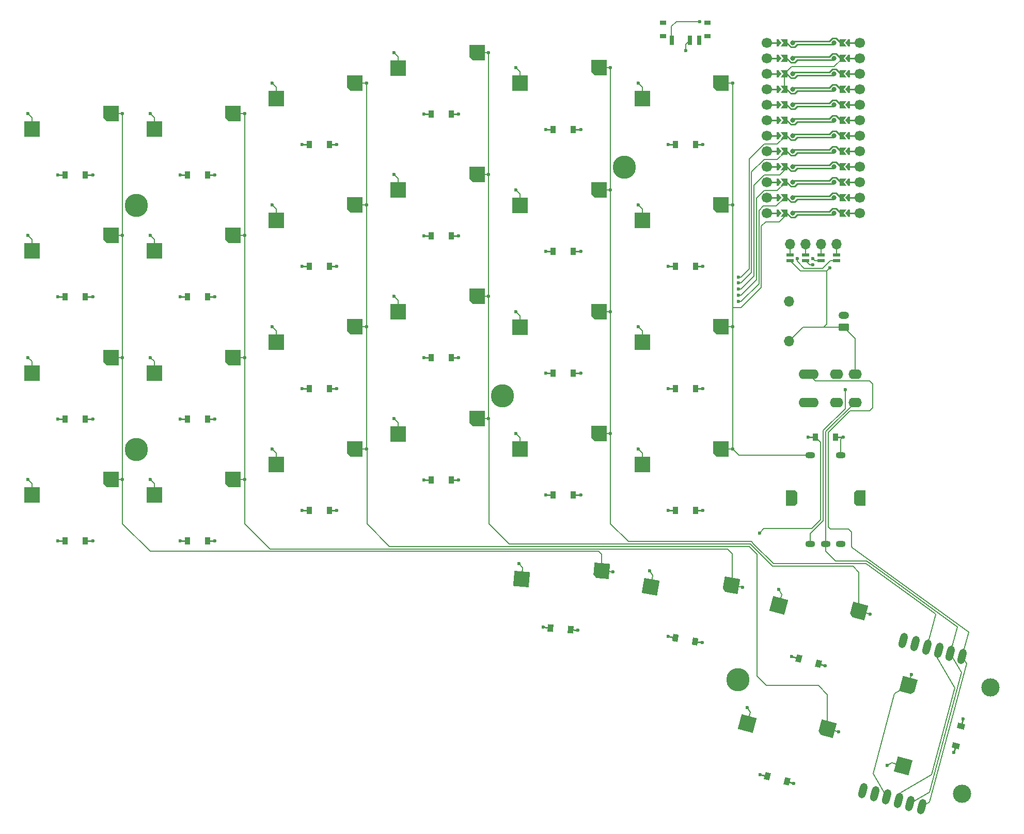
<source format=gbl>
%TF.GenerationSoftware,KiCad,Pcbnew,9.0.4*%
%TF.CreationDate,2025-11-27T19:30:41+01:00*%
%TF.ProjectId,lag_large,6c61675f-6c61-4726-9765-2e6b69636164,v1.0.0*%
%TF.SameCoordinates,Original*%
%TF.FileFunction,Copper,L2,Bot*%
%TF.FilePolarity,Positive*%
%FSLAX46Y46*%
G04 Gerber Fmt 4.6, Leading zero omitted, Abs format (unit mm)*
G04 Created by KiCad (PCBNEW 9.0.4) date 2025-11-27 19:30:41*
%MOMM*%
%LPD*%
G01*
G04 APERTURE LIST*
G04 Aperture macros list*
%AMRoundRect*
0 Rectangle with rounded corners*
0 $1 Rounding radius*
0 $2 $3 $4 $5 $6 $7 $8 $9 X,Y pos of 4 corners*
0 Add a 4 corners polygon primitive as box body*
4,1,4,$2,$3,$4,$5,$6,$7,$8,$9,$2,$3,0*
0 Add four circle primitives for the rounded corners*
1,1,$1+$1,$2,$3*
1,1,$1+$1,$4,$5*
1,1,$1+$1,$6,$7*
1,1,$1+$1,$8,$9*
0 Add four rect primitives between the rounded corners*
20,1,$1+$1,$2,$3,$4,$5,0*
20,1,$1+$1,$4,$5,$6,$7,0*
20,1,$1+$1,$6,$7,$8,$9,0*
20,1,$1+$1,$8,$9,$2,$3,0*%
%AMHorizOval*
0 Thick line with rounded ends*
0 $1 width*
0 $2 $3 position (X,Y) of the first rounded end (center of the circle)*
0 $4 $5 position (X,Y) of the second rounded end (center of the circle)*
0 Add line between two ends*
20,1,$1,$2,$3,$4,$5,0*
0 Add two circle primitives to create the rounded ends*
1,1,$1,$2,$3*
1,1,$1,$4,$5*%
%AMRotRect*
0 Rectangle, with rotation*
0 The origin of the aperture is its center*
0 $1 length*
0 $2 width*
0 $3 Rotation angle, in degrees counterclockwise*
0 Add horizontal line*
21,1,$1,$2,0,0,$3*%
%AMOutline5P*
0 Free polygon, 5 corners , with rotation*
0 The origin of the aperture is its center*
0 number of corners: always 5*
0 $1 to $10 corner X, Y*
0 $11 Rotation angle, in degrees counterclockwise*
0 create outline with 5 corners*
4,1,5,$1,$2,$3,$4,$5,$6,$7,$8,$9,$10,$1,$2,$11*%
%AMOutline6P*
0 Free polygon, 6 corners , with rotation*
0 The origin of the aperture is its center*
0 number of corners: always 6*
0 $1 to $12 corner X, Y*
0 $13 Rotation angle, in degrees counterclockwise*
0 create outline with 6 corners*
4,1,6,$1,$2,$3,$4,$5,$6,$7,$8,$9,$10,$11,$12,$1,$2,$13*%
%AMOutline7P*
0 Free polygon, 7 corners , with rotation*
0 The origin of the aperture is its center*
0 number of corners: always 7*
0 $1 to $14 corner X, Y*
0 $15 Rotation angle, in degrees counterclockwise*
0 create outline with 7 corners*
4,1,7,$1,$2,$3,$4,$5,$6,$7,$8,$9,$10,$11,$12,$13,$14,$1,$2,$15*%
%AMOutline8P*
0 Free polygon, 8 corners , with rotation*
0 The origin of the aperture is its center*
0 number of corners: always 8*
0 $1 to $16 corner X, Y*
0 $17 Rotation angle, in degrees counterclockwise*
0 create outline with 8 corners*
4,1,8,$1,$2,$3,$4,$5,$6,$7,$8,$9,$10,$11,$12,$13,$14,$15,$16,$1,$2,$17*%
%AMFreePoly0*
4,1,6,0.250000,0.000000,-0.250000,-0.625000,-0.500000,-0.625000,-0.500000,0.625000,-0.250000,0.625000,0.250000,0.000000,0.250000,0.000000,$1*%
%AMFreePoly1*
4,1,6,0.500000,-0.625000,-0.650000,-0.625000,-0.150000,0.000000,-0.650000,0.625000,0.500000,0.625000,0.500000,-0.625000,0.500000,-0.625000,$1*%
G04 Aperture macros list end*
%TA.AperFunction,SMDPad,CuDef*%
%ADD10R,0.900000X1.200000*%
%TD*%
%TA.AperFunction,SMDPad,CuDef*%
%ADD11RotRect,0.900000X1.200000X350.000000*%
%TD*%
%TA.AperFunction,ComponentPad*%
%ADD12O,1.700000X1.700000*%
%TD*%
%TA.AperFunction,SMDPad,CuDef*%
%ADD13R,1.200000X0.600000*%
%TD*%
%TA.AperFunction,SMDPad,CuDef*%
%ADD14RotRect,0.900000X1.200000X355.000000*%
%TD*%
%TA.AperFunction,SMDPad,CuDef*%
%ADD15RotRect,0.900000X1.200000X345.000000*%
%TD*%
%TA.AperFunction,ComponentPad*%
%ADD16Outline6P,-1.300000X0.540000X-0.940000X0.900000X0.940000X0.900000X1.300000X0.540000X1.300000X-0.900000X-1.300000X-0.900000X270.000000*%
%TD*%
%TA.AperFunction,ComponentPad*%
%ADD17Outline6P,-1.300000X0.900000X1.300000X0.900000X1.300000X-0.540000X0.940000X-0.900000X-0.940000X-0.900000X-1.300000X-0.540000X270.000000*%
%TD*%
%TA.AperFunction,ComponentPad*%
%ADD18O,1.600000X1.100000*%
%TD*%
%TA.AperFunction,ComponentPad*%
%ADD19HorizOval,1.270000X-0.164350X-0.613363X0.164350X0.613363X0*%
%TD*%
%TA.AperFunction,ComponentPad*%
%ADD20HorizOval,1.270000X0.164350X0.613363X-0.164350X-0.613363X0*%
%TD*%
%TA.AperFunction,ComponentPad*%
%ADD21C,3.000000*%
%TD*%
%TA.AperFunction,ComponentPad*%
%ADD22C,3.800000*%
%TD*%
%TA.AperFunction,ComponentPad*%
%ADD23O,2.200000X1.600000*%
%TD*%
%TA.AperFunction,ComponentPad*%
%ADD24O,3.300000X1.600000*%
%TD*%
%TA.AperFunction,SMDPad,CuDef*%
%ADD25FreePoly0,180.000000*%
%TD*%
%TA.AperFunction,ComponentPad*%
%ADD26C,1.700000*%
%TD*%
%TA.AperFunction,SMDPad,CuDef*%
%ADD27FreePoly0,0.000000*%
%TD*%
%TA.AperFunction,SMDPad,CuDef*%
%ADD28FreePoly1,0.000000*%
%TD*%
%TA.AperFunction,ComponentPad*%
%ADD29C,0.800000*%
%TD*%
%TA.AperFunction,SMDPad,CuDef*%
%ADD30FreePoly1,180.000000*%
%TD*%
%TA.AperFunction,ComponentPad*%
%ADD31RoundRect,0.250000X0.625000X-0.350000X0.625000X0.350000X-0.625000X0.350000X-0.625000X-0.350000X0*%
%TD*%
%TA.AperFunction,ComponentPad*%
%ADD32O,1.750000X1.200000*%
%TD*%
%TA.AperFunction,SMDPad,CuDef*%
%ADD33R,1.000000X0.800000*%
%TD*%
%TA.AperFunction,SMDPad,CuDef*%
%ADD34R,0.700000X1.500000*%
%TD*%
%TA.AperFunction,SMDPad,CuDef*%
%ADD35RotRect,0.900000X1.200000X75.000000*%
%TD*%
%TA.AperFunction,SMDPad,CuDef*%
%ADD36R,2.550000X2.500000*%
%TD*%
%TA.AperFunction,SMDPad,CuDef*%
%ADD37Outline5P,-1.275000X1.250000X1.275000X1.250000X1.275000X-1.250000X-0.775000X-1.250000X-1.275000X-0.750000X0.000000*%
%TD*%
%TA.AperFunction,SMDPad,CuDef*%
%ADD38RotRect,2.550000X2.500000X345.000000*%
%TD*%
%TA.AperFunction,SMDPad,CuDef*%
%ADD39Outline5P,-1.275000X1.250000X1.275000X1.250000X1.275000X-1.250000X-0.775000X-1.250000X-1.275000X-0.750000X345.000000*%
%TD*%
%TA.AperFunction,SMDPad,CuDef*%
%ADD40RotRect,2.550000X2.500000X355.000000*%
%TD*%
%TA.AperFunction,SMDPad,CuDef*%
%ADD41Outline5P,-1.275000X1.250000X1.275000X1.250000X1.275000X-1.250000X-0.775000X-1.250000X-1.275000X-0.750000X355.000000*%
%TD*%
%TA.AperFunction,SMDPad,CuDef*%
%ADD42RotRect,2.550000X2.500000X75.000000*%
%TD*%
%TA.AperFunction,SMDPad,CuDef*%
%ADD43Outline5P,-1.275000X1.250000X1.275000X1.250000X1.275000X-1.250000X-0.775000X-1.250000X-1.275000X-0.750000X75.000000*%
%TD*%
%TA.AperFunction,SMDPad,CuDef*%
%ADD44RotRect,2.550000X2.500000X350.000000*%
%TD*%
%TA.AperFunction,SMDPad,CuDef*%
%ADD45Outline5P,-1.275000X1.250000X1.275000X1.250000X1.275000X-1.250000X-0.775000X-1.250000X-1.275000X-0.750000X350.000000*%
%TD*%
%TA.AperFunction,ViaPad*%
%ADD46C,0.600000*%
%TD*%
%TA.AperFunction,Conductor*%
%ADD47C,0.200000*%
%TD*%
%TA.AperFunction,Conductor*%
%ADD48C,0.250000*%
%TD*%
G04 APERTURE END LIST*
D10*
%TO.P,D10,1*%
%TO.N,P14*%
X105611375Y-120003198D03*
%TO.P,D10,2*%
%TO.N,ring_home*%
X108911377Y-120003198D03*
%TD*%
D11*
%TO.P,D26,1*%
%TO.N,P10*%
X165648449Y-160924563D03*
%TO.P,D26,2*%
%TO.N,middle_rowt*%
X168898315Y-161497601D03*
%TD*%
D12*
%TO.P,S30,1*%
%TO.N,RST*%
X184268864Y-105748192D03*
%TO.P,S30,2*%
%TO.N,GND*%
X184268868Y-112248204D03*
%TD*%
%TO.P,DISP1,1*%
%TO.N,DISP1_4*%
X192078850Y-96298189D03*
%TO.P,DISP1,2*%
%TO.N,DISP1_3*%
X189538854Y-96298188D03*
%TO.P,DISP1,3*%
%TO.N,DISP1_2*%
X186998857Y-96298188D03*
%TO.P,DISP1,4*%
%TO.N,DISP1_1*%
X184458858Y-96298187D03*
D13*
%TO.P,DISP1,20*%
X184458854Y-98148189D03*
%TO.P,DISP1,21*%
%TO.N,DISP1_2*%
X186998857Y-98148176D03*
%TO.P,DISP1,22*%
%TO.N,DISP1_3*%
X189538859Y-98148188D03*
%TO.P,DISP1,23*%
%TO.N,DISP1_4*%
X192078857Y-98148187D03*
%TO.P,DISP1,24*%
%TO.N,GND*%
X184458856Y-99048187D03*
%TO.P,DISP1,25*%
%TO.N,VCC*%
X186998855Y-99048191D03*
%TO.P,DISP1,26*%
%TO.N,P3*%
X189538855Y-99048188D03*
%TO.P,DISP1,27*%
%TO.N,P2*%
X192078858Y-99048185D03*
%TD*%
D14*
%TO.P,D25,1*%
%TO.N,P10*%
X145186856Y-159297858D03*
%TO.P,D25,2*%
%TO.N,outer_rowt*%
X148474302Y-159585472D03*
%TD*%
D15*
%TO.P,D28,1*%
%TO.N,P10*%
X180713378Y-183649352D03*
%TO.P,D28,2*%
%TO.N,middle_rowb*%
X183900934Y-184503452D03*
%TD*%
D10*
%TO.P,D23,1*%
%TO.N,P15*%
X165618863Y-100000685D03*
%TO.P,D23,2*%
%TO.N,inner_top*%
X168918865Y-100000685D03*
%TD*%
%TO.P,D7,1*%
%TO.N,P15*%
X85608863Y-105000689D03*
%TO.P,D7,2*%
%TO.N,pinky_top*%
X88908865Y-105000689D03*
%TD*%
%TO.P,D16,1*%
%TO.N,P18*%
X125613877Y-74998188D03*
%TO.P,D16,2*%
%TO.N,middle_num*%
X128913879Y-74998188D03*
%TD*%
%TO.P,D11,1*%
%TO.N,P15*%
X105611370Y-100000685D03*
%TO.P,D11,2*%
%TO.N,ring_top*%
X108911372Y-100000685D03*
%TD*%
%TO.P,D8,1*%
%TO.N,P18*%
X85608860Y-84998198D03*
%TO.P,D8,2*%
%TO.N,pinky_num*%
X88908862Y-84998198D03*
%TD*%
%TO.P,D17,1*%
%TO.N,P16*%
X145616360Y-137505686D03*
%TO.P,D17,2*%
%TO.N,index_bottom*%
X148916362Y-137505686D03*
%TD*%
D16*
%TO.P,RE1,*%
%TO.N,*%
X184668849Y-137998194D03*
D17*
X195868847Y-137998194D03*
D18*
%TO.P,RE1,A*%
%TO.N,P19*%
X192768852Y-145498192D03*
%TO.P,RE1,B*%
%TO.N,GND*%
X190268847Y-145498193D03*
%TO.P,RE1,C*%
%TO.N,P1*%
X187768845Y-145498195D03*
%TO.P,RE1,S1*%
%TO.N,P9*%
X187768854Y-130998195D03*
%TO.P,RE1,S2*%
%TO.N,en_s2*%
X192768848Y-130998197D03*
%TD*%
D10*
%TO.P,D12,1*%
%TO.N,P18*%
X105611357Y-79998195D03*
%TO.P,D12,2*%
%TO.N,ring_num*%
X108911359Y-79998195D03*
%TD*%
D19*
%TO.P,XX1,1*%
%TO.N,VCC*%
X212652482Y-163970250D03*
%TO.P,XX1,2*%
%TO.N,GND*%
X210720635Y-163452613D03*
%TO.P,XX1,3*%
%TO.N,P21*%
X208788778Y-162934975D03*
%TO.P,XX1,4*%
%TO.N,P8*%
X206856927Y-162417339D03*
%TO.P,XX1,5*%
%TO.N,inner_rowb*%
X204925075Y-161899700D03*
D20*
%TO.P,XX1,6*%
%TO.N,P20*%
X202993225Y-161382058D03*
D21*
%TO.P,XX1,7*%
%TO.N,N/C*%
X212625538Y-186480289D03*
%TD*%
D10*
%TO.P,D22,1*%
%TO.N,P14*%
X165618860Y-120003179D03*
%TO.P,D22,2*%
%TO.N,inner_home*%
X168918862Y-120003179D03*
%TD*%
%TO.P,D5,1*%
%TO.N,P16*%
X85608866Y-145005688D03*
%TO.P,D5,2*%
%TO.N,pinky_bottom*%
X88908868Y-145005688D03*
%TD*%
D22*
%TO.P,H3,*%
%TO.N,*%
X77257621Y-130004429D03*
%TD*%
%TO.P,H2,*%
%TO.N,*%
X157267623Y-83749448D03*
%TD*%
D10*
%TO.P,D3,1*%
%TO.N,P15*%
X65606365Y-105000694D03*
%TO.P,D3,2*%
%TO.N,outer_top*%
X68906367Y-105000694D03*
%TD*%
D23*
%TO.P,TRRS1,2*%
%TO.N,GND*%
X195068879Y-117698194D03*
X195068882Y-122298193D03*
%TO.P,TRRS1,3*%
%TO.N,P0*%
X192068881Y-117698190D03*
X192068879Y-122298191D03*
D24*
%TO.P,TRRS1,4*%
%TO.N,VCC*%
X187518876Y-117698194D03*
X187518880Y-122298193D03*
%TD*%
D10*
%TO.P,D24,1*%
%TO.N,P18*%
X165618859Y-79998171D03*
%TO.P,D24,2*%
%TO.N,inner_num*%
X168918861Y-79998171D03*
%TD*%
D25*
%TO.P,MCU1,1*%
%TO.N,MCU1_1*%
X193768865Y-63298202D03*
D26*
X195888867Y-63298202D03*
D25*
%TO.P,MCU1,2*%
%TO.N,MCU1_2*%
X193768866Y-65838194D03*
D26*
X195888873Y-65838197D03*
D25*
%TO.P,MCU1,3*%
%TO.N,MCU1_3*%
X193768864Y-68378203D03*
D26*
X195888868Y-68378196D03*
D25*
%TO.P,MCU1,4*%
%TO.N,MCU1_4*%
X193768868Y-70918203D03*
D26*
X195888863Y-70918203D03*
D25*
%TO.P,MCU1,5*%
%TO.N,MCU1_5*%
X193768868Y-73458203D03*
D26*
X195888866Y-73458202D03*
D25*
%TO.P,MCU1,6*%
%TO.N,MCU1_6*%
X193768865Y-75998197D03*
D26*
X195888867Y-75998203D03*
D25*
%TO.P,MCU1,7*%
%TO.N,MCU1_7*%
X193768866Y-78538198D03*
D26*
X195888866Y-78538204D03*
D25*
%TO.P,MCU1,8*%
%TO.N,MCU1_8*%
X193768867Y-81078202D03*
D26*
X195888860Y-81078202D03*
D25*
%TO.P,MCU1,9*%
%TO.N,MCU1_9*%
X193768867Y-83618201D03*
D26*
X195888873Y-83618203D03*
D25*
%TO.P,MCU1,10*%
%TO.N,MCU1_10*%
X193768867Y-86158205D03*
D26*
X195888867Y-86158202D03*
D25*
%TO.P,MCU1,11*%
%TO.N,MCU1_11*%
X193768866Y-88698204D03*
D26*
X195888866Y-88698200D03*
D25*
%TO.P,MCU1,12*%
%TO.N,MCU1_12*%
X193768869Y-91238206D03*
D26*
X195888864Y-91238199D03*
%TO.P,MCU1,13*%
%TO.N,MCU1_13*%
X180648871Y-91238206D03*
D27*
X182768867Y-91238205D03*
D26*
%TO.P,MCU1,14*%
%TO.N,MCU1_14*%
X180648867Y-88698202D03*
D27*
X182768869Y-88698202D03*
D26*
%TO.P,MCU1,15*%
%TO.N,MCU1_15*%
X180648861Y-86158207D03*
D27*
X182768868Y-86158210D03*
D26*
%TO.P,MCU1,16*%
%TO.N,MCU1_16*%
X180648866Y-83618208D03*
D27*
X182768870Y-83618201D03*
D26*
%TO.P,MCU1,17*%
%TO.N,MCU1_17*%
X180648871Y-81078201D03*
D27*
X182768866Y-81078201D03*
D26*
%TO.P,MCU1,18*%
%TO.N,MCU1_18*%
X180648868Y-78538202D03*
D27*
X182768866Y-78538201D03*
D26*
%TO.P,MCU1,19*%
%TO.N,MCU1_19*%
X180648867Y-75998201D03*
D27*
X182768869Y-75998207D03*
D26*
%TO.P,MCU1,20*%
%TO.N,MCU1_20*%
X180648868Y-73458200D03*
D27*
X182768868Y-73458206D03*
D26*
%TO.P,MCU1,21*%
%TO.N,MCU1_21*%
X180648874Y-70918202D03*
D27*
X182768867Y-70918202D03*
D26*
%TO.P,MCU1,22*%
%TO.N,MCU1_22*%
X180648861Y-68378201D03*
D27*
X182768867Y-68378203D03*
D26*
%TO.P,MCU1,23*%
%TO.N,MCU1_23*%
X180648867Y-65838202D03*
D27*
X182768867Y-65838199D03*
D26*
%TO.P,MCU1,24*%
%TO.N,MCU1_24*%
X180648868Y-63298204D03*
D27*
X182768868Y-63298200D03*
D28*
%TO.P,MCU1,101*%
%TO.N,P1*%
X183493865Y-63298206D03*
D29*
X191668868Y-63298202D03*
D28*
%TO.P,MCU1,102*%
%TO.N,P0*%
X183493867Y-65838202D03*
D29*
X191668866Y-65838201D03*
D28*
%TO.P,MCU1,103*%
%TO.N,GND*%
X183493865Y-68378202D03*
D29*
X191668869Y-68378202D03*
D28*
%TO.P,MCU1,104*%
X183493867Y-70918208D03*
D29*
X191668867Y-70918204D03*
D28*
%TO.P,MCU1,105*%
%TO.N,P2*%
X183493867Y-73458200D03*
D29*
X191668869Y-73458202D03*
D28*
%TO.P,MCU1,106*%
%TO.N,P3*%
X183493866Y-75998202D03*
D29*
X191668868Y-75998197D03*
D28*
%TO.P,MCU1,107*%
%TO.N,P4*%
X183493868Y-78538204D03*
D29*
X191668865Y-78538203D03*
D28*
%TO.P,MCU1,108*%
%TO.N,P5*%
X183493868Y-81078201D03*
D29*
X191668869Y-81078203D03*
D28*
%TO.P,MCU1,109*%
%TO.N,P6*%
X183493866Y-83618203D03*
D29*
X191668867Y-83618200D03*
D28*
%TO.P,MCU1,110*%
%TO.N,P7*%
X183493869Y-86158203D03*
D29*
X191668868Y-86158201D03*
D28*
%TO.P,MCU1,111*%
%TO.N,P8*%
X183493868Y-88698203D03*
D29*
X191668861Y-88698200D03*
D28*
%TO.P,MCU1,112*%
%TO.N,P9*%
X183493866Y-91238202D03*
D29*
X191668868Y-91238201D03*
%TO.P,MCU1,113*%
%TO.N,P10*%
X184868866Y-91238205D03*
D30*
X193043868Y-91238203D03*
D29*
%TO.P,MCU1,114*%
%TO.N,P16*%
X184868866Y-88698202D03*
D30*
X193043869Y-88698198D03*
D29*
%TO.P,MCU1,115*%
%TO.N,P14*%
X184868868Y-86158203D03*
D30*
X193043867Y-86158202D03*
D29*
%TO.P,MCU1,116*%
%TO.N,P15*%
X184868865Y-83618202D03*
D30*
X193043869Y-83618202D03*
D29*
%TO.P,MCU1,117*%
%TO.N,P18*%
X184868867Y-81078200D03*
D30*
X193043867Y-81078196D03*
D29*
%TO.P,MCU1,118*%
%TO.N,P19*%
X184868865Y-78538202D03*
D30*
X193043867Y-78538204D03*
D29*
%TO.P,MCU1,119*%
%TO.N,P20*%
X184868866Y-75998207D03*
D30*
X193043868Y-75998202D03*
D29*
%TO.P,MCU1,120*%
%TO.N,P21*%
X184868869Y-73458201D03*
D30*
X193043866Y-73458200D03*
D29*
%TO.P,MCU1,121*%
%TO.N,VCC*%
X184868865Y-70918201D03*
D30*
X193043866Y-70918203D03*
D29*
%TO.P,MCU1,122*%
%TO.N,RST*%
X184868867Y-68378204D03*
D30*
X193043868Y-68378201D03*
D29*
%TO.P,MCU1,123*%
%TO.N,GND*%
X184868866Y-65838203D03*
D30*
X193043865Y-65838201D03*
D29*
%TO.P,MCU1,124*%
%TO.N,RAW*%
X184868873Y-63298204D03*
D30*
X193043866Y-63298201D03*
%TD*%
D10*
%TO.P,D2,1*%
%TO.N,P14*%
X65606372Y-125003193D03*
%TO.P,D2,2*%
%TO.N,outer_home*%
X68906374Y-125003193D03*
%TD*%
D31*
%TO.P,_30,1*%
%TO.N,GND*%
X193268859Y-109998196D03*
D32*
%TO.P,_30,2*%
%TO.N,sw1*%
X193268857Y-107998195D03*
%TD*%
D10*
%TO.P,D18,1*%
%TO.N,P14*%
X145616369Y-117503191D03*
%TO.P,D18,2*%
%TO.N,index_home*%
X148916371Y-117503191D03*
%TD*%
D22*
%TO.P,H4,*%
%TO.N,*%
X137265104Y-121254437D03*
%TD*%
%TO.P,H5,*%
%TO.N,*%
X175871428Y-167766906D03*
%TD*%
D10*
%TO.P,D19,1*%
%TO.N,P15*%
X145616356Y-97500687D03*
%TO.P,D19,2*%
%TO.N,index_top*%
X148916358Y-97500687D03*
%TD*%
D33*
%TO.P,T1,*%
%TO.N,*%
X170918875Y-62253193D03*
X170918873Y-60043187D03*
D34*
X169518873Y-62903185D03*
D33*
X163618872Y-62253189D03*
X163618871Y-60043189D03*
D34*
%TO.P,T1,1*%
%TO.N,sw1*%
X165018870Y-62903192D03*
%TO.P,T1,2*%
%TO.N,RAW*%
X168018873Y-62903191D03*
%TD*%
D10*
%TO.P,D14,1*%
%TO.N,P14*%
X125613864Y-115003186D03*
%TO.P,D14,2*%
%TO.N,middle_home*%
X128913866Y-115003186D03*
%TD*%
D15*
%TO.P,D27,1*%
%TO.N,P10*%
X185890396Y-164328419D03*
%TO.P,D27,2*%
%TO.N,inner_rowt*%
X189077952Y-165182519D03*
%TD*%
D10*
%TO.P,D4,1*%
%TO.N,P18*%
X65606352Y-84998197D03*
%TO.P,D4,2*%
%TO.N,outer_num*%
X68906354Y-84998197D03*
%TD*%
D22*
%TO.P,H1,*%
%TO.N,*%
X77257618Y-89999449D03*
%TD*%
D10*
%TO.P,D9,1*%
%TO.N,P16*%
X105611360Y-140005701D03*
%TO.P,D9,2*%
%TO.N,ring_bottom*%
X108911362Y-140005701D03*
%TD*%
%TO.P,D30,1*%
%TO.N,P10*%
X188618853Y-127998186D03*
%TO.P,D30,2*%
%TO.N,en_s2*%
X191918855Y-127998186D03*
%TD*%
%TO.P,D21,1*%
%TO.N,P16*%
X165618857Y-140005692D03*
%TO.P,D21,2*%
%TO.N,inner_bottom*%
X168918859Y-140005692D03*
%TD*%
D19*
%TO.P,XX2,1*%
%TO.N,VCC*%
X206052619Y-188601364D03*
%TO.P,XX2,2*%
%TO.N,GND*%
X204120769Y-188083726D03*
%TO.P,XX2,3*%
%TO.N,P21*%
X202188912Y-187566082D03*
%TO.P,XX2,4*%
%TO.N,P8*%
X200257065Y-187048448D03*
%TO.P,XX2,5*%
%TO.N,inner_rowb*%
X198325212Y-186530811D03*
D20*
%TO.P,XX2,6*%
%TO.N,P20*%
X196393361Y-186013172D03*
D21*
%TO.P,XX2,7*%
%TO.N,N/C*%
X217284304Y-169093625D03*
%TD*%
D10*
%TO.P,D15,1*%
%TO.N,P15*%
X125613859Y-95000691D03*
%TO.P,D15,2*%
%TO.N,middle_top*%
X128913861Y-95000691D03*
%TD*%
D35*
%TO.P,D29,1*%
%TO.N,P10*%
X211630102Y-178604276D03*
%TO.P,D29,2*%
%TO.N,inner_rowb*%
X212484202Y-175416720D03*
%TD*%
D10*
%TO.P,D13,1*%
%TO.N,P16*%
X125613851Y-135005680D03*
%TO.P,D13,2*%
%TO.N,middle_bottom*%
X128913853Y-135005680D03*
%TD*%
%TO.P,D20,1*%
%TO.N,P18*%
X145616354Y-77498173D03*
%TO.P,D20,2*%
%TO.N,index_num*%
X148916356Y-77498173D03*
%TD*%
%TO.P,D6,1*%
%TO.N,P14*%
X85608864Y-125003182D03*
%TO.P,D6,2*%
%TO.N,pinky_home*%
X88908866Y-125003182D03*
%TD*%
%TO.P,D1,1*%
%TO.N,P16*%
X65606372Y-145005693D03*
%TO.P,D1,2*%
%TO.N,outer_bottom*%
X68906374Y-145005693D03*
%TD*%
D36*
%TO.P,S16,1*%
%TO.N,middle_num*%
X120178860Y-67458182D03*
D37*
%TO.P,S16,2*%
%TO.N,P7*%
X133105854Y-64918186D03*
%TD*%
D36*
%TO.P,S1,1*%
%TO.N,outer_bottom*%
X60171360Y-137465692D03*
D37*
%TO.P,S1,2*%
%TO.N,P4*%
X73098354Y-134925696D03*
%TD*%
D36*
%TO.P,S14,1*%
%TO.N,middle_home*%
X120178863Y-107463188D03*
D37*
%TO.P,S14,2*%
%TO.N,P7*%
X133105857Y-104923192D03*
%TD*%
D36*
%TO.P,S7,1*%
%TO.N,pinky_top*%
X80173861Y-97460675D03*
D37*
%TO.P,S7,2*%
%TO.N,P5*%
X93100855Y-94920679D03*
%TD*%
D36*
%TO.P,S20,1*%
%TO.N,index_num*%
X140181366Y-69958196D03*
D37*
%TO.P,S20,2*%
%TO.N,P8*%
X153108360Y-67418200D03*
%TD*%
D38*
%TO.P,S27,1*%
%TO.N,inner_rowt*%
X182592091Y-155638645D03*
D39*
%TO.P,S27,2*%
%TO.N,P7*%
X195736012Y-156530948D03*
%TD*%
D36*
%TO.P,S17,1*%
%TO.N,index_bottom*%
X140181375Y-129965695D03*
D37*
%TO.P,S17,2*%
%TO.N,P8*%
X153108369Y-127425699D03*
%TD*%
D36*
%TO.P,S19,1*%
%TO.N,index_top*%
X140181356Y-89960677D03*
D37*
%TO.P,S19,2*%
%TO.N,P8*%
X153108350Y-87420681D03*
%TD*%
D36*
%TO.P,S12,1*%
%TO.N,ring_num*%
X100176373Y-72458178D03*
D37*
%TO.P,S12,2*%
%TO.N,P6*%
X113103367Y-69918182D03*
%TD*%
D40*
%TO.P,S25,1*%
%TO.N,outer_rowt*%
X140429692Y-151312851D03*
D41*
%TO.P,S25,2*%
%TO.N,P4*%
X153528881Y-149909180D03*
%TD*%
D36*
%TO.P,S21,1*%
%TO.N,inner_bottom*%
X160183869Y-132465683D03*
D37*
%TO.P,S21,2*%
%TO.N,P9*%
X173110863Y-129925687D03*
%TD*%
D36*
%TO.P,S11,1*%
%TO.N,ring_top*%
X100176365Y-92460680D03*
D37*
%TO.P,S11,2*%
%TO.N,P6*%
X113103359Y-89920684D03*
%TD*%
D36*
%TO.P,S4,1*%
%TO.N,outer_num*%
X60171360Y-77458180D03*
D37*
%TO.P,S4,2*%
%TO.N,P4*%
X73098354Y-74918184D03*
%TD*%
D36*
%TO.P,S5,1*%
%TO.N,pinky_bottom*%
X80173867Y-137465670D03*
D37*
%TO.P,S5,2*%
%TO.N,P5*%
X93100861Y-134925674D03*
%TD*%
D36*
%TO.P,S3,1*%
%TO.N,outer_top*%
X60171376Y-97460688D03*
D37*
%TO.P,S3,2*%
%TO.N,P4*%
X73098370Y-94920692D03*
%TD*%
D36*
%TO.P,S13,1*%
%TO.N,middle_bottom*%
X120178861Y-127465684D03*
D37*
%TO.P,S13,2*%
%TO.N,P7*%
X133105855Y-124925688D03*
%TD*%
D36*
%TO.P,S9,1*%
%TO.N,ring_bottom*%
X100176373Y-132465684D03*
D37*
%TO.P,S9,2*%
%TO.N,P6*%
X113103367Y-129925688D03*
%TD*%
D38*
%TO.P,S28,1*%
%TO.N,middle_rowb*%
X177415064Y-174959578D03*
D39*
%TO.P,S28,2*%
%TO.N,P6*%
X190558985Y-175851881D03*
%TD*%
D36*
%TO.P,S18,1*%
%TO.N,index_home*%
X140181375Y-109963193D03*
D37*
%TO.P,S18,2*%
%TO.N,P8*%
X153108369Y-107423197D03*
%TD*%
D36*
%TO.P,S23,1*%
%TO.N,inner_top*%
X160183872Y-92460695D03*
D37*
%TO.P,S23,2*%
%TO.N,P9*%
X173110866Y-89920699D03*
%TD*%
D36*
%TO.P,S8,1*%
%TO.N,pinky_num*%
X80173860Y-77458185D03*
D37*
%TO.P,S8,2*%
%TO.N,P5*%
X93100854Y-74918189D03*
%TD*%
D36*
%TO.P,S24,1*%
%TO.N,inner_num*%
X160183870Y-72458188D03*
D37*
%TO.P,S24,2*%
%TO.N,P9*%
X173110864Y-69918192D03*
%TD*%
D42*
%TO.P,S29,1*%
%TO.N,inner_rowb*%
X202940325Y-181902586D03*
D43*
%TO.P,S29,2*%
%TO.N,P8*%
X203832628Y-168758665D03*
%TD*%
D36*
%TO.P,S6,1*%
%TO.N,pinky_home*%
X80173859Y-117463185D03*
D37*
%TO.P,S6,2*%
%TO.N,P5*%
X93100853Y-114923189D03*
%TD*%
D36*
%TO.P,S22,1*%
%TO.N,inner_home*%
X160183861Y-112463187D03*
D37*
%TO.P,S22,2*%
%TO.N,P9*%
X173110855Y-109923191D03*
%TD*%
D36*
%TO.P,S15,1*%
%TO.N,middle_top*%
X120178873Y-87460690D03*
D37*
%TO.P,S15,2*%
%TO.N,P7*%
X133105867Y-84920694D03*
%TD*%
D36*
%TO.P,S10,1*%
%TO.N,ring_home*%
X100176355Y-112463193D03*
D37*
%TO.P,S10,2*%
%TO.N,P6*%
X113103349Y-109923197D03*
%TD*%
D36*
%TO.P,S2,1*%
%TO.N,outer_home*%
X60171366Y-117463188D03*
D37*
%TO.P,S2,2*%
%TO.N,P4*%
X73098360Y-114923192D03*
%TD*%
D44*
%TO.P,S26,1*%
%TO.N,middle_rowt*%
X161605322Y-152555324D03*
D45*
%TO.P,S26,2*%
%TO.N,P5*%
X174776998Y-152298662D03*
%TD*%
D46*
%TO.N,P4*%
X75006354Y-74918182D03*
X75006368Y-114923194D03*
X175930682Y-101714763D03*
X75006360Y-94920680D03*
X155429619Y-150075490D03*
X75006371Y-134925693D03*
%TO.N,outer_bottom*%
X59506357Y-134925684D03*
X70106372Y-145005704D03*
%TO.N,GND*%
X190930661Y-100214755D03*
%TO.N,outer_home*%
X70106364Y-125003202D03*
X59506365Y-114923186D03*
%TO.N,outer_top*%
X59506369Y-94920682D03*
X70106367Y-105000683D03*
%TO.N,outer_num*%
X70106359Y-84998201D03*
X59506363Y-74918187D03*
%TO.N,P5*%
X175930663Y-102714752D03*
X176656008Y-152629983D03*
X95008864Y-74918187D03*
X95008858Y-114923180D03*
X95008865Y-94920685D03*
X95008869Y-134925704D03*
%TO.N,pinky_bottom*%
X90108862Y-145005698D03*
X79508849Y-134925676D03*
%TO.N,pinky_home*%
X90108843Y-125003201D03*
X79508857Y-114923192D03*
%TO.N,pinky_top*%
X79508869Y-94920698D03*
X90108868Y-105000694D03*
%TO.N,pinky_num*%
X90108873Y-84998194D03*
X79508866Y-74918191D03*
%TO.N,P6*%
X115011369Y-129925691D03*
X115011352Y-89920697D03*
X192401964Y-176345698D03*
X115011380Y-69918194D03*
X175930668Y-103714754D03*
X115011381Y-109923191D03*
%TO.N,ring_bottom*%
X110111354Y-140005690D03*
X99511356Y-129925681D03*
%TO.N,ring_home*%
X99511352Y-109923185D03*
X110111364Y-120003189D03*
%TO.N,ring_top*%
X110111357Y-100000688D03*
X99511362Y-89920695D03*
%TO.N,ring_num*%
X110111356Y-79998196D03*
X99511367Y-69918182D03*
%TO.N,P7*%
X175930682Y-104714755D03*
X135013883Y-124925700D03*
X135013871Y-64918185D03*
X197578998Y-157024791D03*
X135013861Y-84920684D03*
X135013865Y-104923197D03*
%TO.N,middle_bottom*%
X130113862Y-135005691D03*
X119513857Y-124925695D03*
%TO.N,middle_home*%
X119513854Y-104923188D03*
X130113862Y-115003174D03*
%TO.N,middle_top*%
X130113868Y-95000690D03*
X119513868Y-84920692D03*
%TO.N,middle_num*%
X130113867Y-74998182D03*
X119513865Y-64918200D03*
%TO.N,P8*%
X155016349Y-87420695D03*
X175930671Y-105714752D03*
X155016348Y-107423188D03*
X204326466Y-166915664D03*
X155016361Y-127425692D03*
X155016360Y-67418190D03*
%TO.N,index_bottom*%
X150116360Y-137505682D03*
X139516366Y-127425696D03*
%TO.N,index_home*%
X139516377Y-107423183D03*
X150116363Y-117503179D03*
%TO.N,index_top*%
X150116355Y-97500685D03*
X139516373Y-87420687D03*
%TO.N,index_num*%
X139516362Y-67418191D03*
X150116368Y-77498182D03*
%TO.N,P9*%
X175018857Y-109923193D03*
X175018850Y-69918198D03*
X175018863Y-89920685D03*
X175018874Y-129925704D03*
%TO.N,inner_bottom*%
X170118857Y-140005696D03*
X159518862Y-129925693D03*
%TO.N,inner_home*%
X170118865Y-120003187D03*
X159518861Y-109923192D03*
%TO.N,inner_top*%
X159518861Y-89920691D03*
X170118864Y-100000685D03*
%TO.N,inner_num*%
X170118858Y-79998192D03*
X159518868Y-69918190D03*
%TO.N,outer_rowt*%
X149669731Y-159690049D03*
X139988601Y-148724551D03*
%TO.N,middle_rowt*%
X170080079Y-161705980D03*
X161391500Y-149938454D03*
%TO.N,inner_rowt*%
X190237051Y-165493092D03*
X182607142Y-153013076D03*
%TO.N,middle_rowb*%
X177430116Y-172334005D03*
X185060027Y-184814025D03*
%TO.N,inner_rowb*%
X212794774Y-174257617D03*
X200314768Y-181887510D03*
%TO.N,P16*%
X144416364Y-137505684D03*
X84408862Y-145005695D03*
X104411351Y-140005692D03*
X64406356Y-145005688D03*
X164418863Y-140005686D03*
X124413860Y-135005697D03*
%TO.N,P14*%
X164418858Y-120003191D03*
X104411381Y-120003177D03*
X124413865Y-115003190D03*
X144416366Y-117503193D03*
X64406374Y-125003205D03*
X84408863Y-125003196D03*
%TO.N,P15*%
X164418854Y-100000687D03*
X144416372Y-97500696D03*
X64406358Y-105000698D03*
X124413869Y-95000689D03*
X84408859Y-105000681D03*
X104411368Y-100000688D03*
%TO.N,P18*%
X104411374Y-79998192D03*
X144416372Y-77498196D03*
X64406356Y-84998178D03*
X164418860Y-79998200D03*
X124413852Y-74998184D03*
X84408852Y-84998193D03*
%TO.N,P10*%
X179554269Y-183338761D03*
X211319501Y-179763388D03*
X164466666Y-160716191D03*
X143991433Y-159193278D03*
X184731283Y-164017829D03*
X179430670Y-143714740D03*
X187418865Y-127998196D03*
%TO.N,RAW*%
X167331680Y-64615749D03*
%TO.N,VCC*%
X188149860Y-99714745D03*
%TO.N,P1*%
X193469850Y-120175570D03*
%TO.N,P2*%
X185609862Y-98697192D03*
%TO.N,P3*%
X188149865Y-98697188D03*
%TO.N,sw1*%
X169638372Y-59821668D03*
%TO.N,en_s2*%
X193118862Y-127998193D03*
%TD*%
D47*
%TO.N,P4*%
X79558398Y-146745444D02*
X153062153Y-146745446D01*
X182362118Y-79927187D02*
X180172108Y-79927183D01*
X73098352Y-134925689D02*
X75006371Y-134925693D01*
X153062153Y-146745446D02*
X153528880Y-147212171D01*
X177727683Y-100417757D02*
X177727663Y-99714757D01*
D48*
X184568553Y-79263186D02*
X185169171Y-79263200D01*
D47*
X75006354Y-74918182D02*
X75006369Y-134925686D01*
X153528884Y-149909185D02*
X155429619Y-150075490D01*
X176430661Y-101714745D02*
X177727683Y-100417757D01*
X177727673Y-82371626D02*
X177727663Y-99714757D01*
X73098379Y-114923192D02*
X75006368Y-114923194D01*
X183493854Y-78538189D02*
X183493884Y-78795438D01*
X176430661Y-101714745D02*
X175930682Y-101714763D01*
D48*
X185664168Y-78768195D02*
X191438869Y-78768197D01*
D47*
X153528880Y-147212171D02*
X153528890Y-148643752D01*
X75006371Y-134925693D02*
X75006370Y-142193417D01*
X73098363Y-74918200D02*
X75006354Y-74918182D01*
X73098358Y-94920698D02*
X75006360Y-94920680D01*
X75006370Y-142193417D02*
X79558398Y-146745444D01*
D48*
X183493861Y-78538185D02*
X183843559Y-78538180D01*
D47*
X183493884Y-78795438D02*
X182362118Y-79927187D01*
D48*
X183843559Y-78538180D02*
X184568553Y-79263186D01*
D47*
X180172108Y-79927183D02*
X177727673Y-82371626D01*
X75006369Y-134925686D02*
X75006371Y-134925693D01*
X153528890Y-148643752D02*
X153528881Y-149909179D01*
D48*
X185169171Y-79263200D02*
X185664168Y-78768195D01*
%TO.N,outer_bottom*%
X70106372Y-145005704D02*
X68906370Y-145005683D01*
D47*
X59506357Y-134925684D02*
X60171371Y-135590703D01*
X60171371Y-135590703D02*
X60171367Y-137465687D01*
%TO.N,GND*%
X195068872Y-111798187D02*
X195068869Y-117698188D01*
X191667306Y-67214740D02*
X193043862Y-65838193D01*
D48*
X185169153Y-69103189D02*
X185664184Y-68608189D01*
X192694164Y-65838194D02*
X191969164Y-65113183D01*
X183493867Y-70918189D02*
X183843556Y-70918185D01*
D47*
X184657312Y-67214760D02*
X191667306Y-67214740D01*
X197004235Y-148341764D02*
X196032246Y-148341757D01*
X183493852Y-68378186D02*
X184657312Y-67214760D01*
X186596328Y-100714753D02*
X186125409Y-100714758D01*
D48*
X191969164Y-65113183D02*
X191368565Y-65113193D01*
D47*
X189930683Y-109998194D02*
X193268859Y-109998196D01*
X207307544Y-186243832D02*
X212560532Y-166639395D01*
X193268859Y-109998196D02*
X195068872Y-111798187D01*
X183493863Y-68378201D02*
X183493852Y-68378186D01*
D48*
X185664184Y-68608189D02*
X191438869Y-68608193D01*
D47*
X190268863Y-146714752D02*
X191895873Y-148341753D01*
X189928678Y-100716756D02*
X186598327Y-100716765D01*
D48*
X191368565Y-65113193D02*
X190863564Y-65618186D01*
D47*
X190268864Y-127098195D02*
X190268863Y-146714752D01*
X210720639Y-163452614D02*
X211860250Y-159199502D01*
D48*
X183493860Y-68378182D02*
X183843551Y-68378201D01*
X185169164Y-71643184D02*
X185664166Y-71148196D01*
D47*
X190428660Y-100716747D02*
X190430662Y-100718754D01*
X212560532Y-166639395D02*
X210720648Y-163452614D01*
D48*
X193043860Y-65838195D02*
X192694164Y-65838194D01*
D47*
X211796393Y-159088898D02*
X197721897Y-148863174D01*
X189928678Y-100716756D02*
X190428660Y-100716747D01*
X186518873Y-109998189D02*
X189930683Y-109998194D01*
D48*
X185664166Y-71148196D02*
X191438850Y-71148194D01*
D47*
X191895873Y-148341753D02*
X196032246Y-148341757D01*
X195068859Y-122298188D02*
X190268864Y-127098195D01*
X190428660Y-100716747D02*
X190930661Y-100214755D01*
X197721898Y-148863174D02*
X197004235Y-148341764D01*
X186125409Y-100714758D02*
X184458863Y-99048188D01*
X204120756Y-188083719D02*
X207307544Y-186243832D01*
D48*
X184568549Y-69103199D02*
X185169153Y-69103189D01*
D47*
X190430662Y-100718754D02*
X190430671Y-109498197D01*
X183493871Y-70918193D02*
X183493863Y-68378201D01*
D48*
X183843556Y-70918185D02*
X184568550Y-71643193D01*
D47*
X184268874Y-112248195D02*
X186518873Y-109998189D01*
X211860250Y-159199502D02*
X211796393Y-159088898D01*
D48*
X184568550Y-71643193D02*
X185169164Y-71643184D01*
D47*
X190430671Y-109498197D02*
X189930683Y-109998194D01*
X186598327Y-100716765D02*
X186596328Y-100714753D01*
D48*
X190863564Y-65618186D02*
X185088867Y-65618201D01*
X183843551Y-68378201D02*
X184568549Y-69103199D01*
D47*
X197721897Y-148863174D02*
X197721898Y-148863174D01*
%TO.N,outer_home*%
X59506365Y-114923186D02*
X60171378Y-115588190D01*
D48*
X70106364Y-125003202D02*
X68906359Y-125003189D01*
D47*
X60171378Y-115588190D02*
X60171373Y-117463187D01*
%TO.N,outer_top*%
X60171370Y-95585701D02*
X60171368Y-97460697D01*
D48*
X70106367Y-105000683D02*
X68906366Y-105000700D01*
D47*
X59506369Y-94920682D02*
X60171370Y-95585701D01*
%TO.N,outer_num*%
X59506363Y-74918187D02*
X60171358Y-75583196D01*
X60171358Y-75583196D02*
X60171368Y-77458177D01*
D48*
X70106359Y-84998201D02*
X68906356Y-84998185D01*
D47*
%TO.N,P5*%
X178128677Y-100714743D02*
X178128667Y-101016755D01*
X93100860Y-94920679D02*
X95008865Y-94920685D01*
X93100865Y-114923186D02*
X95008858Y-114923180D01*
X176430685Y-102714753D02*
X175930663Y-102714752D01*
X95008853Y-74918182D02*
X95008864Y-74918187D01*
X174960457Y-147143775D02*
X174960459Y-152115201D01*
D48*
X185169160Y-81803183D02*
X185664179Y-81308191D01*
D47*
X183493865Y-81078200D02*
X183493859Y-81335438D01*
X95008869Y-134925704D02*
X95008853Y-74918182D01*
X174960459Y-152115201D02*
X174777006Y-152298675D01*
X93100863Y-74918191D02*
X95008864Y-74918187D01*
X183493859Y-81335438D02*
X182362125Y-82467191D01*
X174161154Y-146344454D02*
X174960457Y-147143775D01*
X178128673Y-84510626D02*
X178128677Y-100714743D01*
X180172098Y-82467205D02*
X178128673Y-84510626D01*
X95008869Y-134925704D02*
X95008869Y-142195916D01*
D48*
X185664179Y-81308191D02*
X191438858Y-81308191D01*
X183493857Y-81078190D02*
X183843553Y-81078199D01*
X183843553Y-81078199D02*
X184568551Y-81803172D01*
X184568551Y-81803172D02*
X185169160Y-81803183D01*
D47*
X95008869Y-142195916D02*
X99157385Y-146344453D01*
X182362125Y-82467191D02*
X180172098Y-82467205D01*
X174777011Y-152298673D02*
X176656008Y-152629983D01*
X93100862Y-134925699D02*
X95008869Y-134925704D01*
X178128667Y-101016755D02*
X176430685Y-102714753D01*
X99157385Y-146344453D02*
X174161154Y-146344454D01*
D48*
%TO.N,pinky_bottom*%
X90108862Y-145005698D02*
X88908858Y-145005676D01*
D47*
X79508849Y-134925676D02*
X80173883Y-135590689D01*
X80173883Y-135590689D02*
X80173863Y-137465682D01*
%TO.N,pinky_home*%
X79508857Y-114923192D02*
X80173876Y-115588196D01*
D48*
X90108843Y-125003201D02*
X88908870Y-125003188D01*
D47*
X80173876Y-115588196D02*
X80173857Y-117463187D01*
D48*
%TO.N,pinky_top*%
X90108868Y-105000694D02*
X88908870Y-105000676D01*
D47*
X80173863Y-95585689D02*
X80173873Y-97460691D01*
X79508869Y-94920698D02*
X80173863Y-95585689D01*
%TO.N,pinky_num*%
X80173863Y-75583180D02*
X80173873Y-77458193D01*
D48*
X90108873Y-84998194D02*
X88908852Y-84998213D01*
D47*
X79508866Y-74918191D02*
X80173863Y-75583180D01*
%TO.N,P6*%
X115058380Y-129972716D02*
X115058394Y-142245458D01*
X189062153Y-168745455D02*
X190558987Y-170242272D01*
X179058369Y-167241686D02*
X180562162Y-168745448D01*
X115011369Y-129925691D02*
X115058380Y-129972716D01*
X182734866Y-85007201D02*
X183493859Y-84248192D01*
D48*
X185169152Y-84343200D02*
X185664182Y-83848178D01*
D47*
X180172109Y-85007198D02*
X182734866Y-85007201D01*
X115058394Y-142245458D02*
X118756403Y-145943434D01*
X178529662Y-86649619D02*
X180172109Y-85007198D01*
X115011370Y-129925689D02*
X115011369Y-129925691D01*
D48*
X185664182Y-83848178D02*
X191438870Y-83848198D01*
D47*
X180562162Y-168745448D02*
X189062153Y-168745455D01*
X113103363Y-89920685D02*
X115011352Y-89920697D01*
X176430668Y-103714766D02*
X178529670Y-101615749D01*
X190558987Y-170242272D02*
X190558986Y-175851888D01*
X177760152Y-145943445D02*
X179058393Y-147241677D01*
X115011380Y-69918194D02*
X115011370Y-129925689D01*
X190558988Y-175851885D02*
X192401964Y-176345698D01*
X113103361Y-129925683D02*
X115011369Y-129925691D01*
X118756403Y-145943434D02*
X177760152Y-145943445D01*
D48*
X184568575Y-84343198D02*
X185169152Y-84343200D01*
D47*
X175930668Y-103714754D02*
X176430668Y-103714766D01*
X183493859Y-84248192D02*
X183493861Y-83618189D01*
X113103362Y-109923181D02*
X115011381Y-109923191D01*
X178529670Y-101615749D02*
X178529662Y-86649619D01*
D48*
X183843547Y-83618193D02*
X184568575Y-84343198D01*
D47*
X179058393Y-147241677D02*
X179058369Y-167241686D01*
X113103358Y-69918180D02*
X115011380Y-69918194D01*
D48*
X183493862Y-83618187D02*
X183843547Y-83618193D01*
D47*
%TO.N,ring_bottom*%
X99511356Y-129925681D02*
X100176368Y-130590677D01*
D48*
X110111354Y-140005690D02*
X108911370Y-140005681D01*
D47*
X100176368Y-130590677D02*
X100176361Y-132465680D01*
D48*
%TO.N,ring_home*%
X110111364Y-120003189D02*
X108911356Y-120003190D01*
D47*
X99511352Y-109923185D02*
X100176364Y-110588194D01*
X100176364Y-110588194D02*
X100176359Y-112463192D01*
D48*
%TO.N,ring_top*%
X110111357Y-100000688D02*
X108911351Y-100000689D01*
D47*
X99511362Y-89920695D02*
X100176357Y-90585694D01*
X100176357Y-90585694D02*
X100176374Y-92460691D01*
D48*
%TO.N,ring_num*%
X110111356Y-79998196D02*
X108911343Y-79998201D01*
D47*
X99511367Y-69918182D02*
X100176380Y-70583186D01*
X100176380Y-70583186D02*
X100176353Y-72458209D01*
D48*
%TO.N,P7*%
X183493861Y-86158189D02*
X183843547Y-86158185D01*
X184568564Y-86883206D02*
X185169159Y-86883174D01*
D47*
X194736002Y-149143740D02*
X181527559Y-149143759D01*
X181527559Y-149143759D02*
X178692674Y-146308866D01*
X133105856Y-84920699D02*
X135013861Y-84920684D01*
D48*
X185664166Y-86388193D02*
X191438874Y-86388186D01*
D47*
X135058384Y-142245463D02*
X135058392Y-124970213D01*
X178930668Y-98714750D02*
X178930669Y-100714758D01*
X178692674Y-146308866D02*
X177926257Y-145542442D01*
X177926257Y-145542442D02*
X138355383Y-145542448D01*
X183493866Y-86158184D02*
X183493860Y-86415442D01*
X178930654Y-88788633D02*
X178930668Y-98714750D01*
X133105865Y-104923185D02*
X135013865Y-104923197D01*
X195736002Y-156530955D02*
X197578998Y-157024791D01*
X176430669Y-104714762D02*
X175930682Y-104714755D01*
X195736004Y-156530956D02*
X195736005Y-150143751D01*
X133105862Y-64918188D02*
X135013871Y-64918185D01*
X182362114Y-87547186D02*
X180172110Y-87547193D01*
X183493860Y-86415442D02*
X182362114Y-87547186D01*
X133105869Y-124925688D02*
X135013883Y-124925700D01*
X135013871Y-64918185D02*
X135013888Y-124925706D01*
X178930669Y-100714758D02*
X178930671Y-102214756D01*
D48*
X183843547Y-86158185D02*
X184568564Y-86883206D01*
D47*
X135013888Y-124925706D02*
X135013883Y-124925700D01*
X135058392Y-124970213D02*
X135013883Y-124925700D01*
X180172110Y-87547193D02*
X178930654Y-88788633D01*
D48*
X185169159Y-86883174D02*
X185664166Y-86388193D01*
D47*
X195736005Y-150143751D02*
X194736002Y-149143740D01*
X178930671Y-102214756D02*
X176430669Y-104714762D01*
X138355383Y-145542448D02*
X135058384Y-142245463D01*
D48*
%TO.N,middle_bottom*%
X130113862Y-135005691D02*
X128913862Y-135005684D01*
D47*
X119513857Y-124925695D02*
X120178858Y-125590687D01*
X120178858Y-125590687D02*
X120178868Y-127465690D01*
%TO.N,middle_home*%
X120178856Y-105588203D02*
X120178860Y-107463182D01*
D48*
X130113862Y-115003174D02*
X128913874Y-115003196D01*
D47*
X119513854Y-104923188D02*
X120178856Y-105588203D01*
%TO.N,middle_top*%
X120178854Y-85585696D02*
X120178865Y-87460703D01*
D48*
X130113868Y-95000690D02*
X128913863Y-95000686D01*
D47*
X119513868Y-84920692D02*
X120178854Y-85585696D01*
%TO.N,middle_num*%
X119513865Y-64918200D02*
X120178870Y-65583197D01*
X120178870Y-65583197D02*
X120178859Y-67458193D01*
D48*
X130113867Y-74998182D02*
X128913866Y-74998188D01*
D47*
%TO.N,P8*%
X203832627Y-168758670D02*
X204326466Y-166915664D01*
X155016361Y-127425692D02*
X155016365Y-142203416D01*
D48*
X183493859Y-88698197D02*
X183843551Y-88698200D01*
D47*
X183493864Y-88698195D02*
X183493868Y-88780903D01*
X155016361Y-127425692D02*
X155016354Y-67418190D01*
D48*
X184568568Y-89423206D02*
X185169173Y-89423192D01*
D47*
X178092377Y-145141468D02*
X178528548Y-145577645D01*
X182187586Y-90087198D02*
X180172114Y-90087198D01*
X178528548Y-145577645D02*
X178092357Y-145141449D01*
X208282791Y-157095979D02*
X208218930Y-156985368D01*
D48*
X185169173Y-89423192D02*
X185664170Y-88928195D01*
D47*
X181693667Y-148742754D02*
X178528548Y-145577645D01*
X179331674Y-91214743D02*
X179331677Y-102813751D01*
D48*
X183843551Y-88698200D02*
X184568568Y-89423206D01*
D47*
X153108358Y-107423185D02*
X155016348Y-107423188D01*
X188797330Y-148742747D02*
X181693667Y-148742754D01*
X196873946Y-148742758D02*
X208218930Y-156985368D01*
X180058222Y-90087184D02*
X179331675Y-90813757D01*
X196532247Y-148742759D02*
X196873946Y-148742758D01*
X153108366Y-67418189D02*
X155016360Y-67418190D01*
X179331675Y-90813757D02*
X179331674Y-91214743D01*
X206856929Y-162417331D02*
X208282791Y-157095979D01*
X153108367Y-87420692D02*
X155016349Y-87420695D01*
D48*
X185664170Y-88928195D02*
X191438859Y-88928182D01*
D47*
X157954400Y-145141467D02*
X178092377Y-145141468D01*
X176430662Y-105714748D02*
X175930671Y-105714752D01*
X155016365Y-142203416D02*
X157954400Y-145141467D01*
X188797330Y-148742747D02*
X196532247Y-148742759D01*
X183493868Y-88780903D02*
X182187586Y-90087198D01*
X179331677Y-102813751D02*
X176430662Y-105714748D01*
X153108363Y-127425690D02*
X155016361Y-127425692D01*
X155016354Y-67418190D02*
X155016360Y-67418190D01*
X180172114Y-90087198D02*
X180058222Y-90087184D01*
X196532247Y-148742759D02*
X196873942Y-148742759D01*
X201565627Y-170067520D02*
X203832634Y-168758670D01*
X198043093Y-183213788D02*
X201565627Y-170067520D01*
X200257050Y-187048466D02*
X198043093Y-183213788D01*
%TO.N,index_bottom*%
X140181365Y-128090689D02*
X140181356Y-129965692D01*
D48*
X150116360Y-137505682D02*
X148916364Y-137505703D01*
D47*
X139516366Y-127425696D02*
X140181365Y-128090689D01*
%TO.N,index_home*%
X140181373Y-108088194D02*
X140181368Y-109963190D01*
X139516377Y-107423183D02*
X140181373Y-108088194D01*
D48*
X150116363Y-117503179D02*
X148916364Y-117503198D01*
D47*
%TO.N,index_top*%
X139516373Y-87420687D02*
X140181349Y-88085681D01*
D48*
X150116355Y-97500685D02*
X148916366Y-97500692D01*
D47*
X140181349Y-88085681D02*
X140181370Y-89960675D01*
%TO.N,index_num*%
X139516362Y-67418191D02*
X140181364Y-68083205D01*
D48*
X150116368Y-77498182D02*
X148916380Y-77498190D01*
D47*
X140181364Y-68083205D02*
X140181364Y-69958188D01*
%TO.N,P9*%
X179732674Y-103412759D02*
X176430664Y-106714765D01*
X175018862Y-106714740D02*
X175018874Y-129925704D01*
X173110869Y-69918181D02*
X175018850Y-69918198D01*
D48*
X185169160Y-91963192D02*
X185664178Y-91468201D01*
X183843567Y-91238196D02*
X184568558Y-91963196D01*
D47*
X173110867Y-129925677D02*
X175018874Y-129925704D01*
X173110871Y-89920691D02*
X175018863Y-89920685D01*
X176430664Y-106714765D02*
X175018862Y-106714740D01*
X175018850Y-69918198D02*
X175018862Y-106714740D01*
X173110864Y-109923190D02*
X175018857Y-109923193D01*
X179732675Y-93412763D02*
X179732674Y-103412759D01*
X180430673Y-92714758D02*
X179732675Y-93412763D01*
D48*
X183493862Y-91238195D02*
X183843567Y-91238196D01*
D47*
X182647298Y-92714757D02*
X180430673Y-92714758D01*
X175018874Y-129925704D02*
X176091361Y-130998195D01*
X176091361Y-130998195D02*
X187768867Y-130998195D01*
X183493859Y-91238195D02*
X183493859Y-91868184D01*
D48*
X184568558Y-91963196D02*
X185169160Y-91963192D01*
X185664178Y-91468201D02*
X191438858Y-91468196D01*
D47*
X183493859Y-91868184D02*
X182647298Y-92714757D01*
%TO.N,inner_bottom*%
X160183866Y-130590703D02*
X160183868Y-132465691D01*
D48*
X170118857Y-140005696D02*
X168918858Y-140005690D01*
D47*
X159518862Y-129925693D02*
X160183866Y-130590703D01*
D48*
%TO.N,inner_home*%
X170118865Y-120003187D02*
X168918871Y-120003187D01*
D47*
X160183866Y-110588184D02*
X160183859Y-112463183D01*
X159518861Y-109923192D02*
X160183866Y-110588184D01*
D48*
%TO.N,inner_top*%
X170118864Y-100000685D02*
X168918868Y-100000690D01*
D47*
X159518861Y-89920691D02*
X160183857Y-90585687D01*
X160183857Y-90585687D02*
X160183861Y-92460690D01*
%TO.N,inner_num*%
X159518868Y-69918190D02*
X160183847Y-70583190D01*
X160183847Y-70583190D02*
X160183872Y-72458186D01*
D48*
X170118858Y-79998192D02*
X168918862Y-79998185D01*
D47*
%TO.N,outer_rowt*%
X139988601Y-148724551D02*
X140593122Y-149444985D01*
X140593122Y-149444985D02*
X140429686Y-151312869D01*
D48*
X149669731Y-159690049D02*
X148474306Y-159585473D01*
D47*
%TO.N,middle_rowt*%
X161930907Y-150708810D02*
X161605341Y-152555335D01*
D48*
X170080079Y-161705980D02*
X168898320Y-161497598D01*
D47*
X161391500Y-149938454D02*
X161930907Y-150708810D01*
%TO.N,inner_rowt*%
X182607142Y-153013076D02*
X183077377Y-153827540D01*
D48*
X190237051Y-165493092D02*
X189077953Y-165182519D01*
D47*
X183077377Y-153827540D02*
X182592084Y-155638651D01*
D48*
%TO.N,middle_rowb*%
X185060027Y-184814025D02*
X183900923Y-184503431D01*
D47*
X177900348Y-173148475D02*
X177415071Y-174959587D01*
X177430116Y-172334005D02*
X177900348Y-173148475D01*
%TO.N,inner_rowb*%
X200314768Y-181887510D02*
X201129216Y-181417293D01*
D48*
X212794774Y-174257617D02*
X212484190Y-175416714D01*
D47*
X201129216Y-181417293D02*
X202940336Y-181902592D01*
D48*
%TO.N,P16*%
X164418863Y-140005686D02*
X165618870Y-140005679D01*
X144416364Y-137505684D02*
X145616366Y-137505693D01*
X84408862Y-145005695D02*
X85608866Y-145005700D01*
X190863550Y-88478188D02*
X185088863Y-88478213D01*
X191368556Y-87973185D02*
X190863550Y-88478188D01*
X64406356Y-145005688D02*
X65606355Y-145005698D01*
X191969170Y-87973177D02*
X191368556Y-87973185D01*
X192694170Y-88698191D02*
X191969170Y-87973177D01*
X124413860Y-135005697D02*
X125613873Y-135005700D01*
X104411351Y-140005692D02*
X105611367Y-140005696D01*
X193043870Y-88698187D02*
X192694170Y-88698191D01*
%TO.N,P14*%
X164418858Y-120003191D02*
X165618872Y-120003198D01*
X191368565Y-85433182D02*
X190863572Y-85938191D01*
X104411381Y-120003177D02*
X105611370Y-120003189D01*
X190863572Y-85938191D02*
X185088854Y-85938191D01*
X193043864Y-86158193D02*
X192694176Y-86158193D01*
X64406374Y-125003205D02*
X65606364Y-125003180D01*
X192694176Y-86158193D02*
X191969176Y-85433185D01*
X84408863Y-125003196D02*
X85608863Y-125003183D01*
X124413865Y-115003190D02*
X125613866Y-115003192D01*
X144416366Y-117503193D02*
X145616388Y-117503186D01*
X191969176Y-85433185D02*
X191368565Y-85433182D01*
%TO.N,P15*%
X104411368Y-100000688D02*
X105611372Y-100000697D01*
X144416372Y-97500696D02*
X145616370Y-97500692D01*
X124413869Y-95000689D02*
X125613868Y-95000691D01*
X191969165Y-82893192D02*
X191368556Y-82893198D01*
X193043872Y-83618193D02*
X192694173Y-83618177D01*
X191368556Y-82893198D02*
X190863563Y-83398194D01*
X164418854Y-100000687D02*
X165618859Y-100000688D01*
X84408859Y-105000681D02*
X85608856Y-105000692D01*
X192694173Y-83618177D02*
X191969165Y-82893192D01*
X64406358Y-105000698D02*
X65606361Y-105000688D01*
X190863563Y-83398194D02*
X185088869Y-83398192D01*
%TO.N,P18*%
X84408852Y-84998193D02*
X85608872Y-84998186D01*
X124413852Y-74998184D02*
X125613866Y-74998181D01*
X191969155Y-80353192D02*
X191368562Y-80353196D01*
X104411374Y-79998192D02*
X105611379Y-79998199D01*
X193043855Y-81078183D02*
X192694171Y-81078190D01*
X144416372Y-77498196D02*
X145616362Y-77498189D01*
X191368562Y-80353196D02*
X190863557Y-80858180D01*
X64406356Y-84998178D02*
X65606353Y-84998200D01*
X190863557Y-80858180D02*
X185088871Y-80858192D01*
X192694171Y-81078190D02*
X191969155Y-80353192D01*
X164418860Y-79998200D02*
X165618878Y-79998190D01*
D47*
%TO.N,P10*%
X188001758Y-143013753D02*
X189466855Y-141548647D01*
D48*
X191368554Y-90513192D02*
X190863555Y-91018199D01*
X143991433Y-159193278D02*
X145186847Y-159297846D01*
D47*
X180131665Y-143013751D02*
X188001758Y-143013753D01*
D48*
X211319501Y-179763388D02*
X211630100Y-178604281D01*
X164466666Y-160716191D02*
X165648453Y-160924554D01*
D47*
X189466855Y-141548647D02*
X189466859Y-128846173D01*
D48*
X191969180Y-90513191D02*
X191368554Y-90513192D01*
X193043853Y-91238186D02*
X192694160Y-91238190D01*
X179554269Y-183338761D02*
X180713372Y-183649354D01*
X190863555Y-91018199D02*
X185088863Y-91018186D01*
X187418865Y-127998196D02*
X188618854Y-127998190D01*
D47*
X179430670Y-143714740D02*
X180131665Y-143013751D01*
D48*
X192694160Y-91238190D02*
X191969180Y-90513191D01*
X184731283Y-164017829D02*
X185890414Y-164328413D01*
D47*
X189466859Y-128846173D02*
X188618849Y-127998184D01*
D48*
%TO.N,RAW*%
X190863565Y-63078194D02*
X185088856Y-63078193D01*
X193043869Y-63298179D02*
X192694178Y-63298182D01*
X192694178Y-63298182D02*
X191969162Y-62573187D01*
X191969162Y-62573187D02*
X191368561Y-62573191D01*
D47*
X167331680Y-64615749D02*
X167331671Y-63590386D01*
D48*
X191368561Y-62573191D02*
X190863565Y-63078194D01*
D47*
X167331671Y-63590386D02*
X168018881Y-62903189D01*
D48*
%TO.N,RST*%
X193043867Y-68378187D02*
X192694167Y-68378176D01*
X191368555Y-67653200D02*
X190863550Y-68158201D01*
X191969186Y-67653199D02*
X191368555Y-67653200D01*
X192694167Y-68378176D02*
X191969186Y-67653199D01*
X190863550Y-68158201D02*
X185088868Y-68158190D01*
D47*
%TO.N,VCC*%
X212652489Y-163970241D02*
X213361729Y-165198669D01*
D48*
X192694175Y-70918186D02*
X191969185Y-70193187D01*
D47*
X194532247Y-143552818D02*
X194008917Y-143029486D01*
X188619871Y-118799193D02*
X187518860Y-117698190D01*
X194290387Y-123643756D02*
X197460477Y-123643749D01*
X207281030Y-187892153D02*
X206052601Y-188601366D01*
X197460477Y-123643749D02*
X197960467Y-123143769D01*
D48*
X190863550Y-70698191D02*
X185088867Y-70698188D01*
D47*
X197460457Y-118799193D02*
X188619871Y-118799193D01*
X190669852Y-142690426D02*
X190669860Y-127264291D01*
X194572071Y-146079024D02*
X194532250Y-145827608D01*
X187665412Y-99714762D02*
X186998857Y-99048197D01*
X194532250Y-145827608D02*
X194532247Y-143552818D01*
X187518868Y-122298194D02*
X187518867Y-122298188D01*
X213361729Y-165198669D02*
X207281030Y-187892153D01*
X213640716Y-159933211D02*
X194572071Y-146079024D01*
D48*
X191969185Y-70193187D02*
X191368560Y-70193176D01*
X191368560Y-70193176D02*
X190863550Y-70698191D01*
D47*
X197960467Y-123143769D02*
X197960455Y-119299197D01*
X213704572Y-160043814D02*
X213640716Y-159933211D01*
X190669860Y-127264291D02*
X194290387Y-123643756D01*
X191008913Y-143029481D02*
X190669852Y-142690426D01*
D48*
X193043861Y-70918192D02*
X192694175Y-70918186D01*
D47*
X212652485Y-163970246D02*
X213704572Y-160043814D01*
X197960455Y-119299197D02*
X197460457Y-118799193D01*
X194008917Y-143029486D02*
X191008913Y-143029481D01*
X188149860Y-99714745D02*
X187665412Y-99714762D01*
%TO.N,P21*%
X208788792Y-162934970D02*
X208492408Y-164041038D01*
D48*
X190863565Y-73238193D02*
X185088869Y-73238193D01*
X192694163Y-73458198D02*
X191969163Y-72733188D01*
D47*
X207672637Y-183331943D02*
X202527466Y-186302507D01*
D48*
X193043863Y-73458197D02*
X192694163Y-73458198D01*
X191969163Y-72733188D02*
X191368552Y-72733174D01*
X191368552Y-72733174D02*
X190863565Y-73238193D01*
D47*
X202527466Y-186302507D02*
X202188903Y-187566088D01*
X208492408Y-164041038D02*
X211462991Y-169186195D01*
X211462991Y-169186195D02*
X207672637Y-183331943D01*
D48*
%TO.N,P20*%
X191368562Y-75273188D02*
X190863555Y-75778196D01*
X191969165Y-75273197D02*
X191368562Y-75273188D01*
X193043869Y-75998188D02*
X192694170Y-75998180D01*
X190863555Y-75778196D02*
X185088846Y-75778179D01*
X192694170Y-75998180D02*
X191969165Y-75273197D01*
%TO.N,P19*%
X191969176Y-77813193D02*
X191368571Y-77813194D01*
X191368571Y-77813194D02*
X190863550Y-78318198D01*
X190863550Y-78318198D02*
X185088867Y-78318193D01*
X192694167Y-78538194D02*
X191969176Y-77813193D01*
X193043873Y-78538188D02*
X192694167Y-78538194D01*
D47*
%TO.N,P1*%
X189867857Y-141714764D02*
X187768859Y-143813756D01*
X189867861Y-126932089D02*
X189867857Y-141714764D01*
X193469850Y-120175570D02*
X193469849Y-123330085D01*
X187768859Y-143813756D02*
X187768867Y-145498197D01*
D48*
X183493860Y-63298187D02*
X183843560Y-63298181D01*
D47*
X193469849Y-123330085D02*
X189867861Y-126932089D01*
D48*
X185169173Y-64023198D02*
X185664176Y-63528192D01*
X185664176Y-63528192D02*
X191438873Y-63528202D01*
X183843560Y-63298181D02*
X184568553Y-64023184D01*
X184568553Y-64023184D02*
X185169173Y-64023198D01*
%TO.N,P0*%
X183843552Y-65838209D02*
X184568550Y-66563188D01*
X185664179Y-66068191D02*
X191438845Y-66068206D01*
X184568550Y-66563188D02*
X185169178Y-66563177D01*
X185169178Y-66563177D02*
X185664179Y-66068191D01*
X183493864Y-65838197D02*
X183843552Y-65838209D01*
%TO.N,P2*%
X184568563Y-74183201D02*
X185169153Y-74183192D01*
D47*
X186764429Y-100315755D02*
X185609851Y-99161186D01*
D48*
X185664175Y-73688199D02*
X191438862Y-73688188D01*
D47*
X189762569Y-100315756D02*
X186764429Y-100315755D01*
X185609851Y-99161186D02*
X185609862Y-98697192D01*
D48*
X183493862Y-73458190D02*
X183843569Y-73458204D01*
X185169153Y-74183192D02*
X185664175Y-73688199D01*
D47*
X191030135Y-99048183D02*
X189762569Y-100315756D01*
X192078867Y-99048182D02*
X191030135Y-99048183D01*
D48*
X183843569Y-73458204D02*
X184568563Y-74183201D01*
%TO.N,P3*%
X183843560Y-75998198D02*
X184568562Y-76723189D01*
X184568562Y-76723189D02*
X185169174Y-76723185D01*
X185169174Y-76723185D02*
X185664178Y-76228177D01*
X185664178Y-76228177D02*
X191438878Y-76228193D01*
D47*
X188500864Y-99048200D02*
X189538849Y-99048179D01*
D48*
X183493867Y-75998198D02*
X183843560Y-75998198D01*
D47*
X188149865Y-98697188D02*
X188500864Y-99048200D01*
D48*
%TO.N,MCU1_24*%
X180648861Y-63298193D02*
X182768872Y-63298193D01*
%TO.N,MCU1_1*%
X195888860Y-63298181D02*
X193768863Y-63298191D01*
%TO.N,MCU1_23*%
X180648865Y-65838190D02*
X182768873Y-65838199D01*
%TO.N,MCU1_2*%
X195888867Y-65838189D02*
X193768869Y-65838190D01*
%TO.N,MCU1_22*%
X180648857Y-68378186D02*
X182768865Y-68378183D01*
%TO.N,MCU1_3*%
X195888866Y-68378200D02*
X193768866Y-68378193D01*
%TO.N,MCU1_21*%
X180648850Y-70918198D02*
X182768868Y-70918197D01*
%TO.N,MCU1_4*%
X195888857Y-70918183D02*
X193768857Y-70918187D01*
%TO.N,MCU1_20*%
X180648851Y-73458187D02*
X182768868Y-73458187D01*
%TO.N,MCU1_5*%
X195888882Y-73458197D02*
X193768864Y-73458193D01*
%TO.N,MCU1_19*%
X180648869Y-75998181D02*
X182768872Y-75998191D01*
%TO.N,MCU1_6*%
X195888864Y-75998197D02*
X193768868Y-75998191D01*
%TO.N,MCU1_18*%
X180648857Y-78538205D02*
X182768872Y-78538205D01*
%TO.N,MCU1_7*%
X195888861Y-78538181D02*
X193768857Y-78538199D01*
%TO.N,MCU1_17*%
X180648852Y-81078191D02*
X182768861Y-81078190D01*
%TO.N,MCU1_8*%
X195888866Y-81078193D02*
X193768849Y-81078177D01*
%TO.N,MCU1_16*%
X180648857Y-83618185D02*
X182768863Y-83618196D01*
%TO.N,MCU1_9*%
X195888857Y-83618190D02*
X193768852Y-83618203D01*
%TO.N,MCU1_15*%
X180648861Y-86158207D02*
X182768873Y-86158184D01*
%TO.N,MCU1_10*%
X195888861Y-86158176D02*
X193768857Y-86158179D01*
%TO.N,MCU1_14*%
X180648877Y-88698184D02*
X182768870Y-88698195D01*
%TO.N,MCU1_11*%
X195888862Y-88698187D02*
X193768865Y-88698198D01*
%TO.N,MCU1_13*%
X180648861Y-91238186D02*
X182768859Y-91238179D01*
%TO.N,MCU1_12*%
X195888860Y-91238193D02*
X193768864Y-91238196D01*
D47*
%TO.N,sw1*%
X164967862Y-60636366D02*
X165782550Y-59821649D01*
X165782550Y-59821649D02*
X169638372Y-59821668D01*
X165018868Y-62903194D02*
X164967855Y-62852201D01*
X164967855Y-62852201D02*
X164967862Y-60636366D01*
X165018849Y-63152893D02*
X165018871Y-62903197D01*
%TO.N,en_s2*%
X192768861Y-128348196D02*
X193118862Y-127998193D01*
X192768862Y-130998202D02*
X192768861Y-128348196D01*
D48*
X193118862Y-127998193D02*
X191918869Y-127998189D01*
D47*
%TO.N,DISP1_1*%
X184458870Y-98148197D02*
X184458863Y-96298191D01*
%TO.N,DISP1_2*%
X186998858Y-98148196D02*
X186998857Y-96298189D01*
X186998857Y-96298189D02*
X186998856Y-96298189D01*
%TO.N,DISP1_3*%
X189538856Y-98148196D02*
X189538868Y-96298194D01*
%TO.N,DISP1_4*%
X192078862Y-96298190D02*
X192078859Y-96298192D01*
X192078867Y-98148202D02*
X192078862Y-96298190D01*
%TD*%
M02*

</source>
